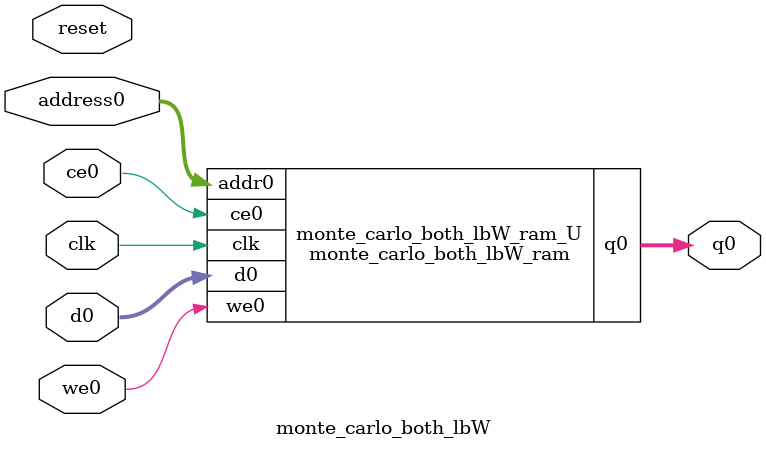
<source format=v>
`timescale 1 ns / 1 ps
module monte_carlo_both_lbW_ram (addr0, ce0, d0, we0, q0,  clk);

parameter DWIDTH = 32;
parameter AWIDTH = 16;
parameter MEM_SIZE = 50000;

input[AWIDTH-1:0] addr0;
input ce0;
input[DWIDTH-1:0] d0;
input we0;
output reg[DWIDTH-1:0] q0;
input clk;

(* ram_style = "block" *)reg [DWIDTH-1:0] ram[0:MEM_SIZE-1];




always @(posedge clk)  
begin 
    if (ce0) begin
        if (we0) 
            ram[addr0] <= d0; 
        q0 <= ram[addr0];
    end
end


endmodule

`timescale 1 ns / 1 ps
module monte_carlo_both_lbW(
    reset,
    clk,
    address0,
    ce0,
    we0,
    d0,
    q0);

parameter DataWidth = 32'd32;
parameter AddressRange = 32'd50000;
parameter AddressWidth = 32'd16;
input reset;
input clk;
input[AddressWidth - 1:0] address0;
input ce0;
input we0;
input[DataWidth - 1:0] d0;
output[DataWidth - 1:0] q0;



monte_carlo_both_lbW_ram monte_carlo_both_lbW_ram_U(
    .clk( clk ),
    .addr0( address0 ),
    .ce0( ce0 ),
    .we0( we0 ),
    .d0( d0 ),
    .q0( q0 ));

endmodule


</source>
